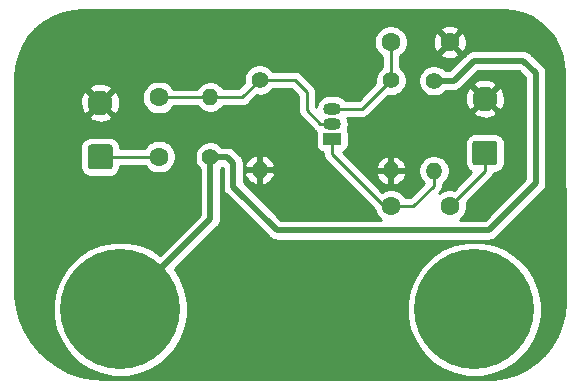
<source format=gbr>
%TF.GenerationSoftware,KiCad,Pcbnew,(5.1.7)-1*%
%TF.CreationDate,2020-12-16T00:37:39+02:00*%
%TF.ProjectId,Single_transistor_AMP,53696e67-6c65-45f7-9472-616e73697374,V1.0*%
%TF.SameCoordinates,Original*%
%TF.FileFunction,Copper,L1,Top*%
%TF.FilePolarity,Positive*%
%FSLAX46Y46*%
G04 Gerber Fmt 4.6, Leading zero omitted, Abs format (unit mm)*
G04 Created by KiCad (PCBNEW (5.1.7)-1) date 2020-12-16 00:37:39*
%MOMM*%
%LPD*%
G01*
G04 APERTURE LIST*
%TA.AperFunction,ComponentPad*%
%ADD10C,1.600000*%
%TD*%
%TA.AperFunction,ComponentPad*%
%ADD11C,2.100000*%
%TD*%
%TA.AperFunction,ComponentPad*%
%ADD12O,1.500000X1.050000*%
%TD*%
%TA.AperFunction,ComponentPad*%
%ADD13R,1.500000X1.050000*%
%TD*%
%TA.AperFunction,ComponentPad*%
%ADD14C,1.400000*%
%TD*%
%TA.AperFunction,ComponentPad*%
%ADD15O,1.400000X1.400000*%
%TD*%
%TA.AperFunction,ComponentPad*%
%ADD16C,10.160000*%
%TD*%
%TA.AperFunction,Conductor*%
%ADD17C,0.250000*%
%TD*%
%TA.AperFunction,Conductor*%
%ADD18C,0.500000*%
%TD*%
%TA.AperFunction,Conductor*%
%ADD19C,0.254000*%
%TD*%
%TA.AperFunction,Conductor*%
%ADD20C,0.100000*%
%TD*%
G04 APERTURE END LIST*
D10*
%TO.P,C1,1*%
%TO.N,Net-(C1-Pad1)*%
X136245600Y-95326200D03*
%TO.P,C1,2*%
%TO.N,Net-(C1-Pad2)*%
X136245600Y-100326200D03*
%TD*%
%TO.P,C2,2*%
%TO.N,Net-(C2-Pad2)*%
X155883600Y-90627200D03*
%TO.P,C2,1*%
%TO.N,GND*%
X160883600Y-90627200D03*
%TD*%
%TO.P,C3,1*%
%TO.N,Net-(C3-Pad1)*%
X160909000Y-104521000D03*
%TO.P,C3,2*%
%TO.N,Net-(C3-Pad2)*%
X155909000Y-104521000D03*
%TD*%
%TO.P,P1,1*%
%TO.N,Net-(C1-Pad2)*%
%TA.AperFunction,ComponentPad*%
G36*
G01*
X132092600Y-101405400D02*
X130492600Y-101405400D01*
G75*
G02*
X130242600Y-101155400I0J250000D01*
G01*
X130242600Y-99555400D01*
G75*
G02*
X130492600Y-99305400I250000J0D01*
G01*
X132092600Y-99305400D01*
G75*
G02*
X132342600Y-99555400I0J-250000D01*
G01*
X132342600Y-101155400D01*
G75*
G02*
X132092600Y-101405400I-250000J0D01*
G01*
G37*
%TD.AperFunction*%
D11*
%TO.P,P1,2*%
%TO.N,GND*%
X131292600Y-95755400D03*
%TD*%
%TO.P,P2,2*%
%TO.N,GND*%
X163855400Y-95425200D03*
%TO.P,P2,1*%
%TO.N,Net-(C3-Pad1)*%
%TA.AperFunction,ComponentPad*%
G36*
G01*
X164655400Y-101075200D02*
X163055400Y-101075200D01*
G75*
G02*
X162805400Y-100825200I0J250000D01*
G01*
X162805400Y-99225200D01*
G75*
G02*
X163055400Y-98975200I250000J0D01*
G01*
X164655400Y-98975200D01*
G75*
G02*
X164905400Y-99225200I0J-250000D01*
G01*
X164905400Y-100825200D01*
G75*
G02*
X164655400Y-101075200I-250000J0D01*
G01*
G37*
%TD.AperFunction*%
%TD*%
D12*
%TO.P,Q1,2*%
%TO.N,Net-(C1-Pad1)*%
X150926800Y-97561400D03*
%TO.P,Q1,3*%
%TO.N,Net-(C2-Pad2)*%
X150926800Y-96291400D03*
D13*
%TO.P,Q1,1*%
%TO.N,Net-(C3-Pad2)*%
X150926800Y-98831400D03*
%TD*%
D14*
%TO.P,R1,1*%
%TO.N,+12V*%
X140614400Y-100380800D03*
D15*
%TO.P,R1,2*%
%TO.N,Net-(C1-Pad1)*%
X140614400Y-95300800D03*
%TD*%
D14*
%TO.P,R2,1*%
%TO.N,Net-(C1-Pad1)*%
X144780000Y-93827600D03*
D15*
%TO.P,R2,2*%
%TO.N,GND*%
X144780000Y-101447600D03*
%TD*%
%TO.P,R3,2*%
%TO.N,Net-(C3-Pad2)*%
X159537400Y-101523800D03*
D14*
%TO.P,R3,1*%
%TO.N,+12V*%
X159537400Y-93903800D03*
%TD*%
%TO.P,R4,1*%
%TO.N,Net-(C2-Pad2)*%
X155905200Y-93878400D03*
D15*
%TO.P,R4,2*%
%TO.N,GND*%
X155905200Y-101498400D03*
%TD*%
D16*
%TO.P,P3,1*%
%TO.N,+12V*%
X132996400Y-113258600D03*
%TO.P,P3,2*%
%TO.N,Earth*%
X162966400Y-113258600D03*
%TD*%
D17*
%TO.N,Net-(C1-Pad1)*%
X140589000Y-95326200D02*
X140614400Y-95300800D01*
X136245600Y-95326200D02*
X140589000Y-95326200D01*
X143306800Y-95300800D02*
X144780000Y-93827600D01*
X140614400Y-95300800D02*
X143306800Y-95300800D01*
X149926800Y-97561400D02*
X150926800Y-97561400D01*
X148793200Y-96427800D02*
X149926800Y-97561400D01*
X148793200Y-94843600D02*
X148793200Y-96427800D01*
X147777200Y-93827600D02*
X148793200Y-94843600D01*
X144780000Y-93827600D02*
X147777200Y-93827600D01*
%TO.N,Net-(C1-Pad2)*%
X131292600Y-100355400D02*
X136216400Y-100355400D01*
X136216400Y-100355400D02*
X136245600Y-100326200D01*
%TO.N,Net-(C2-Pad2)*%
X153492200Y-96291400D02*
X155905200Y-93878400D01*
X150926800Y-96291400D02*
X153492200Y-96291400D01*
X155905200Y-90648800D02*
X155883600Y-90627200D01*
X155905200Y-93878400D02*
X155905200Y-90648800D01*
%TO.N,Net-(C3-Pad1)*%
X163855400Y-101574600D02*
X160909000Y-104521000D01*
X163855400Y-100025200D02*
X163855400Y-101574600D01*
%TO.N,Net-(C3-Pad2)*%
X150926800Y-98831400D02*
X150926800Y-100126800D01*
X155321000Y-104521000D02*
X155909000Y-104521000D01*
X150926800Y-100126800D02*
X155321000Y-104521000D01*
X155909000Y-104521000D02*
X157810200Y-104521000D01*
X159537400Y-102793800D02*
X159537400Y-101523800D01*
X157810200Y-104521000D02*
X159537400Y-102793800D01*
D18*
%TO.N,+12V*%
X140614400Y-105640600D02*
X140614400Y-100380800D01*
X132996400Y-113258600D02*
X140614400Y-105640600D01*
X140614400Y-100380800D02*
X142062200Y-100380800D01*
X142062200Y-100380800D02*
X142544800Y-100863400D01*
X142544800Y-100863400D02*
X142544800Y-102870000D01*
X142544800Y-102870000D02*
X146227800Y-106553000D01*
X146227800Y-106553000D02*
X164211000Y-106553000D01*
X164211000Y-106553000D02*
X168173400Y-102590600D01*
X168173400Y-102590600D02*
X168173400Y-93268800D01*
X168173400Y-93268800D02*
X167106600Y-92202000D01*
X167106600Y-92202000D02*
X162915600Y-92202000D01*
X162915600Y-92202000D02*
X161213800Y-93903800D01*
X161213800Y-93903800D02*
X159537400Y-93903800D01*
%TD*%
D19*
%TO.N,GND*%
X166221248Y-88005839D02*
X167040474Y-88211615D01*
X167815105Y-88548434D01*
X168524314Y-89007242D01*
X169149073Y-89575728D01*
X169672585Y-90238611D01*
X170080809Y-90978106D01*
X170362769Y-91774336D01*
X170512930Y-92617335D01*
X170536081Y-93108267D01*
X170637584Y-112661017D01*
X170555493Y-113648715D01*
X170332890Y-114593997D01*
X169973004Y-115496005D01*
X169483754Y-116334900D01*
X168875877Y-117092270D01*
X168162726Y-117751473D01*
X167359978Y-118298022D01*
X166485269Y-118719911D01*
X165557792Y-119007881D01*
X164588246Y-119157089D01*
X163996559Y-119177201D01*
X131668024Y-119177188D01*
X130604286Y-119116323D01*
X129586113Y-118913338D01*
X128606102Y-118570627D01*
X127683332Y-118094864D01*
X126835754Y-117495305D01*
X126079860Y-116783615D01*
X125430378Y-115973660D01*
X124899938Y-115081191D01*
X124498867Y-114123584D01*
X124234972Y-113119480D01*
X124185003Y-112695722D01*
X127281400Y-112695722D01*
X127281400Y-113821478D01*
X127501025Y-114925604D01*
X127931833Y-115965667D01*
X128557270Y-116901700D01*
X129353300Y-117697730D01*
X130289333Y-118323167D01*
X131329396Y-118753975D01*
X132433522Y-118973600D01*
X133559278Y-118973600D01*
X134663404Y-118753975D01*
X135703467Y-118323167D01*
X136639500Y-117697730D01*
X137435530Y-116901700D01*
X138060967Y-115965667D01*
X138491775Y-114925604D01*
X138711400Y-113821478D01*
X138711400Y-112695722D01*
X157251400Y-112695722D01*
X157251400Y-113821478D01*
X157471025Y-114925604D01*
X157901833Y-115965667D01*
X158527270Y-116901700D01*
X159323300Y-117697730D01*
X160259333Y-118323167D01*
X161299396Y-118753975D01*
X162403522Y-118973600D01*
X163529278Y-118973600D01*
X164633404Y-118753975D01*
X165673467Y-118323167D01*
X166609500Y-117697730D01*
X167405530Y-116901700D01*
X168030967Y-115965667D01*
X168461775Y-114925604D01*
X168681400Y-113821478D01*
X168681400Y-112695722D01*
X168461775Y-111591596D01*
X168030967Y-110551533D01*
X167405530Y-109615500D01*
X166609500Y-108819470D01*
X165673467Y-108194033D01*
X164633404Y-107763225D01*
X163529278Y-107543600D01*
X162403522Y-107543600D01*
X161299396Y-107763225D01*
X160259333Y-108194033D01*
X159323300Y-108819470D01*
X158527270Y-109615500D01*
X157901833Y-110551533D01*
X157471025Y-111591596D01*
X157251400Y-112695722D01*
X138711400Y-112695722D01*
X138491775Y-111591596D01*
X138060967Y-110551533D01*
X137617997Y-109888581D01*
X141209451Y-106297128D01*
X141243217Y-106269417D01*
X141289776Y-106212686D01*
X141353811Y-106134659D01*
X141353812Y-106134658D01*
X141435989Y-105980913D01*
X141486595Y-105814090D01*
X141499400Y-105684077D01*
X141499400Y-105684069D01*
X141503681Y-105640600D01*
X141499400Y-105597131D01*
X141499400Y-101383775D01*
X141617375Y-101265800D01*
X141659800Y-101265800D01*
X141659801Y-102826521D01*
X141655519Y-102870000D01*
X141672605Y-103043490D01*
X141723212Y-103210313D01*
X141805390Y-103364059D01*
X141888268Y-103465046D01*
X141888271Y-103465049D01*
X141915984Y-103498817D01*
X141949751Y-103526530D01*
X145571270Y-107148049D01*
X145598983Y-107181817D01*
X145632751Y-107209530D01*
X145632753Y-107209532D01*
X145733741Y-107292411D01*
X145887486Y-107374589D01*
X146054310Y-107425195D01*
X146184323Y-107438000D01*
X146184331Y-107438000D01*
X146227800Y-107442281D01*
X146271269Y-107438000D01*
X164167531Y-107438000D01*
X164211000Y-107442281D01*
X164254469Y-107438000D01*
X164254477Y-107438000D01*
X164384490Y-107425195D01*
X164551313Y-107374589D01*
X164705059Y-107292411D01*
X164839817Y-107181817D01*
X164867534Y-107148044D01*
X168768450Y-103247128D01*
X168802217Y-103219417D01*
X168912811Y-103084659D01*
X168994989Y-102930913D01*
X169045595Y-102764090D01*
X169058400Y-102634077D01*
X169058400Y-102634069D01*
X169062681Y-102590600D01*
X169058400Y-102547131D01*
X169058400Y-93312266D01*
X169062681Y-93268799D01*
X169058400Y-93225333D01*
X169058400Y-93225323D01*
X169045595Y-93095310D01*
X168994989Y-92928487D01*
X168912811Y-92774741D01*
X168802217Y-92639983D01*
X168768449Y-92612270D01*
X167763134Y-91606956D01*
X167735417Y-91573183D01*
X167600659Y-91462589D01*
X167446913Y-91380411D01*
X167280090Y-91329805D01*
X167150077Y-91317000D01*
X167150069Y-91317000D01*
X167106600Y-91312719D01*
X167063131Y-91317000D01*
X162959069Y-91317000D01*
X162915600Y-91312719D01*
X162872131Y-91317000D01*
X162872123Y-91317000D01*
X162742110Y-91329805D01*
X162575286Y-91380411D01*
X162421541Y-91462589D01*
X162320553Y-91545468D01*
X162320551Y-91545470D01*
X162286783Y-91573183D01*
X162259070Y-91606951D01*
X160847222Y-93018800D01*
X160540375Y-93018800D01*
X160388413Y-92866838D01*
X160169759Y-92720739D01*
X159926805Y-92620104D01*
X159668886Y-92568800D01*
X159405914Y-92568800D01*
X159147995Y-92620104D01*
X158905041Y-92720739D01*
X158686387Y-92866838D01*
X158500438Y-93052787D01*
X158354339Y-93271441D01*
X158253704Y-93514395D01*
X158202400Y-93772314D01*
X158202400Y-94035286D01*
X158253704Y-94293205D01*
X158354339Y-94536159D01*
X158500438Y-94754813D01*
X158686387Y-94940762D01*
X158905041Y-95086861D01*
X159147995Y-95187496D01*
X159405914Y-95238800D01*
X159668886Y-95238800D01*
X159926805Y-95187496D01*
X160169759Y-95086861D01*
X160388413Y-94940762D01*
X160540375Y-94788800D01*
X161170331Y-94788800D01*
X161213800Y-94793081D01*
X161257269Y-94788800D01*
X161257277Y-94788800D01*
X161387290Y-94775995D01*
X161554113Y-94725389D01*
X161707859Y-94643211D01*
X161842617Y-94532617D01*
X161870334Y-94498844D01*
X162115044Y-94254134D01*
X162863939Y-94254134D01*
X163855400Y-95245595D01*
X164846861Y-94254134D01*
X164745061Y-93984621D01*
X164446923Y-93838737D01*
X164126054Y-93753820D01*
X163794783Y-93733134D01*
X163465843Y-93777472D01*
X163151873Y-93885131D01*
X162965739Y-93984621D01*
X162863939Y-94254134D01*
X162115044Y-94254134D01*
X163282179Y-93087000D01*
X166740022Y-93087000D01*
X167288401Y-93635380D01*
X167288400Y-102224021D01*
X163844422Y-105668000D01*
X161775324Y-105668000D01*
X161823759Y-105635637D01*
X162023637Y-105435759D01*
X162180680Y-105200727D01*
X162288853Y-104939574D01*
X162344000Y-104662335D01*
X162344000Y-104379665D01*
X162307688Y-104197114D01*
X164366403Y-102138399D01*
X164395401Y-102114601D01*
X164490374Y-101998876D01*
X164560946Y-101866847D01*
X164604403Y-101723586D01*
X164605419Y-101713272D01*
X164655400Y-101713272D01*
X164828654Y-101696208D01*
X164995250Y-101645672D01*
X165148786Y-101563605D01*
X165283362Y-101453162D01*
X165393805Y-101318586D01*
X165475872Y-101165050D01*
X165526408Y-100998454D01*
X165543472Y-100825200D01*
X165543472Y-99225200D01*
X165526408Y-99051946D01*
X165475872Y-98885350D01*
X165393805Y-98731814D01*
X165283362Y-98597238D01*
X165148786Y-98486795D01*
X164995250Y-98404728D01*
X164828654Y-98354192D01*
X164655400Y-98337128D01*
X163055400Y-98337128D01*
X162882146Y-98354192D01*
X162715550Y-98404728D01*
X162562014Y-98486795D01*
X162427438Y-98597238D01*
X162316995Y-98731814D01*
X162234928Y-98885350D01*
X162184392Y-99051946D01*
X162167328Y-99225200D01*
X162167328Y-100825200D01*
X162184392Y-100998454D01*
X162234928Y-101165050D01*
X162316995Y-101318586D01*
X162427438Y-101453162D01*
X162562014Y-101563605D01*
X162711624Y-101643574D01*
X161232886Y-103122312D01*
X161050335Y-103086000D01*
X160767665Y-103086000D01*
X160490426Y-103141147D01*
X160229273Y-103249320D01*
X160010509Y-103395493D01*
X160048404Y-103357598D01*
X160077401Y-103333801D01*
X160172374Y-103218076D01*
X160242946Y-103086047D01*
X160286403Y-102942786D01*
X160297400Y-102831133D01*
X160297400Y-102831125D01*
X160301076Y-102793800D01*
X160297400Y-102756475D01*
X160297400Y-102621575D01*
X160388413Y-102560762D01*
X160574362Y-102374813D01*
X160720461Y-102156159D01*
X160821096Y-101913205D01*
X160872400Y-101655286D01*
X160872400Y-101392314D01*
X160821096Y-101134395D01*
X160720461Y-100891441D01*
X160574362Y-100672787D01*
X160388413Y-100486838D01*
X160169759Y-100340739D01*
X159926805Y-100240104D01*
X159668886Y-100188800D01*
X159405914Y-100188800D01*
X159147995Y-100240104D01*
X158905041Y-100340739D01*
X158686387Y-100486838D01*
X158500438Y-100672787D01*
X158354339Y-100891441D01*
X158253704Y-101134395D01*
X158202400Y-101392314D01*
X158202400Y-101655286D01*
X158253704Y-101913205D01*
X158354339Y-102156159D01*
X158500438Y-102374813D01*
X158686387Y-102560762D01*
X158691931Y-102564467D01*
X157495399Y-103761000D01*
X157127043Y-103761000D01*
X157023637Y-103606241D01*
X156823759Y-103406363D01*
X156588727Y-103249320D01*
X156327574Y-103141147D01*
X156050335Y-103086000D01*
X155767665Y-103086000D01*
X155490426Y-103141147D01*
X155229273Y-103249320D01*
X155166239Y-103291438D01*
X153706531Y-101831730D01*
X154612478Y-101831730D01*
X154702347Y-102077523D01*
X154838441Y-102301060D01*
X155015530Y-102493751D01*
X155226808Y-102648192D01*
X155464156Y-102758447D01*
X155571871Y-102791116D01*
X155778200Y-102667774D01*
X155778200Y-101625400D01*
X156032200Y-101625400D01*
X156032200Y-102667774D01*
X156238529Y-102791116D01*
X156346244Y-102758447D01*
X156583592Y-102648192D01*
X156794870Y-102493751D01*
X156971959Y-102301060D01*
X157108053Y-102077523D01*
X157197922Y-101831730D01*
X157075401Y-101625400D01*
X156032200Y-101625400D01*
X155778200Y-101625400D01*
X154734999Y-101625400D01*
X154612478Y-101831730D01*
X153706531Y-101831730D01*
X153039871Y-101165070D01*
X154612478Y-101165070D01*
X154734999Y-101371400D01*
X155778200Y-101371400D01*
X155778200Y-100329026D01*
X156032200Y-100329026D01*
X156032200Y-101371400D01*
X157075401Y-101371400D01*
X157197922Y-101165070D01*
X157108053Y-100919277D01*
X156971959Y-100695740D01*
X156794870Y-100503049D01*
X156583592Y-100348608D01*
X156346244Y-100238353D01*
X156238529Y-100205684D01*
X156032200Y-100329026D01*
X155778200Y-100329026D01*
X155571871Y-100205684D01*
X155464156Y-100238353D01*
X155226808Y-100348608D01*
X155015530Y-100503049D01*
X154838441Y-100695740D01*
X154702347Y-100919277D01*
X154612478Y-101165070D01*
X153039871Y-101165070D01*
X151844042Y-99969241D01*
X151920980Y-99945902D01*
X152031294Y-99886937D01*
X152127985Y-99807585D01*
X152207337Y-99710894D01*
X152266302Y-99600580D01*
X152302612Y-99480882D01*
X152314872Y-99356400D01*
X152314872Y-98306400D01*
X152302612Y-98181918D01*
X152266302Y-98062220D01*
X152231707Y-97997498D01*
X152295015Y-97788800D01*
X152317412Y-97561400D01*
X152295015Y-97334000D01*
X152228685Y-97115340D01*
X152194508Y-97051400D01*
X153454878Y-97051400D01*
X153492200Y-97055076D01*
X153529522Y-97051400D01*
X153529533Y-97051400D01*
X153641186Y-97040403D01*
X153784447Y-96996946D01*
X153916476Y-96926374D01*
X154032201Y-96831401D01*
X154056004Y-96802397D01*
X154262135Y-96596266D01*
X162863939Y-96596266D01*
X162965739Y-96865779D01*
X163263877Y-97011663D01*
X163584746Y-97096580D01*
X163916017Y-97117266D01*
X164244957Y-97072928D01*
X164558927Y-96965269D01*
X164745061Y-96865779D01*
X164846861Y-96596266D01*
X163855400Y-95604805D01*
X162863939Y-96596266D01*
X154262135Y-96596266D01*
X155372584Y-95485817D01*
X162163334Y-95485817D01*
X162207672Y-95814757D01*
X162315331Y-96128727D01*
X162414821Y-96314861D01*
X162684334Y-96416661D01*
X163675795Y-95425200D01*
X164035005Y-95425200D01*
X165026466Y-96416661D01*
X165295979Y-96314861D01*
X165441863Y-96016723D01*
X165526780Y-95695854D01*
X165547466Y-95364583D01*
X165503128Y-95035643D01*
X165395469Y-94721673D01*
X165295979Y-94535539D01*
X165026466Y-94433739D01*
X164035005Y-95425200D01*
X163675795Y-95425200D01*
X162684334Y-94433739D01*
X162414821Y-94535539D01*
X162268937Y-94833677D01*
X162184020Y-95154546D01*
X162163334Y-95485817D01*
X155372584Y-95485817D01*
X155666357Y-95192045D01*
X155773714Y-95213400D01*
X156036686Y-95213400D01*
X156294605Y-95162096D01*
X156537559Y-95061461D01*
X156756213Y-94915362D01*
X156942162Y-94729413D01*
X157088261Y-94510759D01*
X157188896Y-94267805D01*
X157240200Y-94009886D01*
X157240200Y-93746914D01*
X157188896Y-93488995D01*
X157088261Y-93246041D01*
X156942162Y-93027387D01*
X156756213Y-92841438D01*
X156665200Y-92780625D01*
X156665200Y-91830811D01*
X156798359Y-91741837D01*
X156920294Y-91619902D01*
X160070503Y-91619902D01*
X160142086Y-91863871D01*
X160397596Y-91984771D01*
X160671784Y-92053500D01*
X160954112Y-92067417D01*
X161233730Y-92025987D01*
X161499892Y-91930803D01*
X161625114Y-91863871D01*
X161696697Y-91619902D01*
X160883600Y-90806805D01*
X160070503Y-91619902D01*
X156920294Y-91619902D01*
X156998237Y-91541959D01*
X157155280Y-91306927D01*
X157263453Y-91045774D01*
X157318600Y-90768535D01*
X157318600Y-90697712D01*
X159443383Y-90697712D01*
X159484813Y-90977330D01*
X159579997Y-91243492D01*
X159646929Y-91368714D01*
X159890898Y-91440297D01*
X160703995Y-90627200D01*
X161063205Y-90627200D01*
X161876302Y-91440297D01*
X162120271Y-91368714D01*
X162241171Y-91113204D01*
X162309900Y-90839016D01*
X162323817Y-90556688D01*
X162282387Y-90277070D01*
X162187203Y-90010908D01*
X162120271Y-89885686D01*
X161876302Y-89814103D01*
X161063205Y-90627200D01*
X160703995Y-90627200D01*
X159890898Y-89814103D01*
X159646929Y-89885686D01*
X159526029Y-90141196D01*
X159457300Y-90415384D01*
X159443383Y-90697712D01*
X157318600Y-90697712D01*
X157318600Y-90485865D01*
X157263453Y-90208626D01*
X157155280Y-89947473D01*
X156998237Y-89712441D01*
X156920294Y-89634498D01*
X160070503Y-89634498D01*
X160883600Y-90447595D01*
X161696697Y-89634498D01*
X161625114Y-89390529D01*
X161369604Y-89269629D01*
X161095416Y-89200900D01*
X160813088Y-89186983D01*
X160533470Y-89228413D01*
X160267308Y-89323597D01*
X160142086Y-89390529D01*
X160070503Y-89634498D01*
X156920294Y-89634498D01*
X156798359Y-89512563D01*
X156563327Y-89355520D01*
X156302174Y-89247347D01*
X156024935Y-89192200D01*
X155742265Y-89192200D01*
X155465026Y-89247347D01*
X155203873Y-89355520D01*
X154968841Y-89512563D01*
X154768963Y-89712441D01*
X154611920Y-89947473D01*
X154503747Y-90208626D01*
X154448600Y-90485865D01*
X154448600Y-90768535D01*
X154503747Y-91045774D01*
X154611920Y-91306927D01*
X154768963Y-91541959D01*
X154968841Y-91741837D01*
X155145201Y-91859676D01*
X155145200Y-92780625D01*
X155054187Y-92841438D01*
X154868238Y-93027387D01*
X154722139Y-93246041D01*
X154621504Y-93488995D01*
X154570200Y-93746914D01*
X154570200Y-94009886D01*
X154591555Y-94117243D01*
X153177399Y-95531400D01*
X152028709Y-95531400D01*
X151976012Y-95467188D01*
X151799379Y-95322229D01*
X151597860Y-95214515D01*
X151379200Y-95148185D01*
X151208779Y-95131400D01*
X150644821Y-95131400D01*
X150474400Y-95148185D01*
X150255740Y-95214515D01*
X150054221Y-95322229D01*
X149877588Y-95467188D01*
X149732629Y-95643821D01*
X149624915Y-95845340D01*
X149558585Y-96064000D01*
X149553709Y-96113508D01*
X149553200Y-96112999D01*
X149553200Y-94880922D01*
X149556876Y-94843600D01*
X149553200Y-94806277D01*
X149553200Y-94806267D01*
X149542203Y-94694614D01*
X149498746Y-94551353D01*
X149451292Y-94462574D01*
X149428174Y-94419323D01*
X149356999Y-94332597D01*
X149333201Y-94303599D01*
X149304204Y-94279802D01*
X148341004Y-93316602D01*
X148317201Y-93287599D01*
X148201476Y-93192626D01*
X148069447Y-93122054D01*
X147926186Y-93078597D01*
X147814533Y-93067600D01*
X147814522Y-93067600D01*
X147777200Y-93063924D01*
X147739878Y-93067600D01*
X145877775Y-93067600D01*
X145816962Y-92976587D01*
X145631013Y-92790638D01*
X145412359Y-92644539D01*
X145169405Y-92543904D01*
X144911486Y-92492600D01*
X144648514Y-92492600D01*
X144390595Y-92543904D01*
X144147641Y-92644539D01*
X143928987Y-92790638D01*
X143743038Y-92976587D01*
X143596939Y-93195241D01*
X143496304Y-93438195D01*
X143445000Y-93696114D01*
X143445000Y-93959086D01*
X143466355Y-94066443D01*
X142991999Y-94540800D01*
X141712175Y-94540800D01*
X141651362Y-94449787D01*
X141465413Y-94263838D01*
X141246759Y-94117739D01*
X141003805Y-94017104D01*
X140745886Y-93965800D01*
X140482914Y-93965800D01*
X140224995Y-94017104D01*
X139982041Y-94117739D01*
X139763387Y-94263838D01*
X139577438Y-94449787D01*
X139499654Y-94566200D01*
X137463643Y-94566200D01*
X137360237Y-94411441D01*
X137160359Y-94211563D01*
X136925327Y-94054520D01*
X136664174Y-93946347D01*
X136386935Y-93891200D01*
X136104265Y-93891200D01*
X135827026Y-93946347D01*
X135565873Y-94054520D01*
X135330841Y-94211563D01*
X135130963Y-94411441D01*
X134973920Y-94646473D01*
X134865747Y-94907626D01*
X134810600Y-95184865D01*
X134810600Y-95467535D01*
X134865747Y-95744774D01*
X134973920Y-96005927D01*
X135130963Y-96240959D01*
X135330841Y-96440837D01*
X135565873Y-96597880D01*
X135827026Y-96706053D01*
X136104265Y-96761200D01*
X136386935Y-96761200D01*
X136664174Y-96706053D01*
X136925327Y-96597880D01*
X137160359Y-96440837D01*
X137360237Y-96240959D01*
X137463643Y-96086200D01*
X139533597Y-96086200D01*
X139577438Y-96151813D01*
X139763387Y-96337762D01*
X139982041Y-96483861D01*
X140224995Y-96584496D01*
X140482914Y-96635800D01*
X140745886Y-96635800D01*
X141003805Y-96584496D01*
X141246759Y-96483861D01*
X141465413Y-96337762D01*
X141651362Y-96151813D01*
X141712175Y-96060800D01*
X143269478Y-96060800D01*
X143306800Y-96064476D01*
X143344122Y-96060800D01*
X143344133Y-96060800D01*
X143455786Y-96049803D01*
X143599047Y-96006346D01*
X143731076Y-95935774D01*
X143846801Y-95840801D01*
X143870603Y-95811798D01*
X144541157Y-95141245D01*
X144648514Y-95162600D01*
X144911486Y-95162600D01*
X145169405Y-95111296D01*
X145412359Y-95010661D01*
X145631013Y-94864562D01*
X145816962Y-94678613D01*
X145877775Y-94587600D01*
X147462399Y-94587600D01*
X148033200Y-95158402D01*
X148033201Y-96390468D01*
X148029524Y-96427800D01*
X148044198Y-96576785D01*
X148087654Y-96720046D01*
X148158226Y-96852076D01*
X148219244Y-96926426D01*
X148253200Y-96967801D01*
X148282198Y-96991599D01*
X149363005Y-98072408D01*
X149386799Y-98101401D01*
X149415792Y-98125195D01*
X149415796Y-98125199D01*
X149484909Y-98181918D01*
X149502524Y-98196374D01*
X149547212Y-98220260D01*
X149538728Y-98306400D01*
X149538728Y-99356400D01*
X149550988Y-99480882D01*
X149587298Y-99600580D01*
X149646263Y-99710894D01*
X149725615Y-99807585D01*
X149822306Y-99886937D01*
X149932620Y-99945902D01*
X150052318Y-99982212D01*
X150166801Y-99993487D01*
X150166801Y-100089468D01*
X150163124Y-100126800D01*
X150166801Y-100164133D01*
X150170966Y-100206415D01*
X150177798Y-100275785D01*
X150221254Y-100419046D01*
X150291826Y-100551076D01*
X150347116Y-100618446D01*
X150386800Y-100666801D01*
X150415798Y-100690599D01*
X154495470Y-104770272D01*
X154529147Y-104939574D01*
X154637320Y-105200727D01*
X154794363Y-105435759D01*
X154994241Y-105635637D01*
X155042676Y-105668000D01*
X146594379Y-105668000D01*
X143429800Y-102503422D01*
X143429800Y-101780930D01*
X143487278Y-101780930D01*
X143577147Y-102026723D01*
X143713241Y-102250260D01*
X143890330Y-102442951D01*
X144101608Y-102597392D01*
X144338956Y-102707647D01*
X144446671Y-102740316D01*
X144653000Y-102616974D01*
X144653000Y-101574600D01*
X144907000Y-101574600D01*
X144907000Y-102616974D01*
X145113329Y-102740316D01*
X145221044Y-102707647D01*
X145458392Y-102597392D01*
X145669670Y-102442951D01*
X145846759Y-102250260D01*
X145982853Y-102026723D01*
X146072722Y-101780930D01*
X145950201Y-101574600D01*
X144907000Y-101574600D01*
X144653000Y-101574600D01*
X143609799Y-101574600D01*
X143487278Y-101780930D01*
X143429800Y-101780930D01*
X143429800Y-101114270D01*
X143487278Y-101114270D01*
X143609799Y-101320600D01*
X144653000Y-101320600D01*
X144653000Y-100278226D01*
X144907000Y-100278226D01*
X144907000Y-101320600D01*
X145950201Y-101320600D01*
X146072722Y-101114270D01*
X145982853Y-100868477D01*
X145846759Y-100644940D01*
X145669670Y-100452249D01*
X145458392Y-100297808D01*
X145221044Y-100187553D01*
X145113329Y-100154884D01*
X144907000Y-100278226D01*
X144653000Y-100278226D01*
X144446671Y-100154884D01*
X144338956Y-100187553D01*
X144101608Y-100297808D01*
X143890330Y-100452249D01*
X143713241Y-100644940D01*
X143577147Y-100868477D01*
X143487278Y-101114270D01*
X143429800Y-101114270D01*
X143429800Y-100906865D01*
X143434081Y-100863399D01*
X143429800Y-100819933D01*
X143429800Y-100819923D01*
X143416995Y-100689910D01*
X143366389Y-100523087D01*
X143284211Y-100369341D01*
X143173617Y-100234583D01*
X143139845Y-100206867D01*
X142718734Y-99785756D01*
X142691017Y-99751983D01*
X142556259Y-99641389D01*
X142402513Y-99559211D01*
X142235690Y-99508605D01*
X142105677Y-99495800D01*
X142105669Y-99495800D01*
X142062200Y-99491519D01*
X142018731Y-99495800D01*
X141617375Y-99495800D01*
X141465413Y-99343838D01*
X141246759Y-99197739D01*
X141003805Y-99097104D01*
X140745886Y-99045800D01*
X140482914Y-99045800D01*
X140224995Y-99097104D01*
X139982041Y-99197739D01*
X139763387Y-99343838D01*
X139577438Y-99529787D01*
X139431339Y-99748441D01*
X139330704Y-99991395D01*
X139279400Y-100249314D01*
X139279400Y-100512286D01*
X139330704Y-100770205D01*
X139431339Y-101013159D01*
X139577438Y-101231813D01*
X139729401Y-101383776D01*
X139729400Y-105274021D01*
X136366419Y-108637003D01*
X135703467Y-108194033D01*
X134663404Y-107763225D01*
X133559278Y-107543600D01*
X132433522Y-107543600D01*
X131329396Y-107763225D01*
X130289333Y-108194033D01*
X129353300Y-108819470D01*
X128557270Y-109615500D01*
X127931833Y-110551533D01*
X127501025Y-111591596D01*
X127281400Y-112695722D01*
X124185003Y-112695722D01*
X124111362Y-112071221D01*
X124104000Y-111826284D01*
X124104000Y-99555400D01*
X129604528Y-99555400D01*
X129604528Y-101155400D01*
X129621592Y-101328654D01*
X129672128Y-101495250D01*
X129754195Y-101648786D01*
X129864638Y-101783362D01*
X129999214Y-101893805D01*
X130152750Y-101975872D01*
X130319346Y-102026408D01*
X130492600Y-102043472D01*
X132092600Y-102043472D01*
X132265854Y-102026408D01*
X132432450Y-101975872D01*
X132585986Y-101893805D01*
X132720562Y-101783362D01*
X132831005Y-101648786D01*
X132913072Y-101495250D01*
X132963608Y-101328654D01*
X132980672Y-101155400D01*
X132980672Y-101115400D01*
X135047067Y-101115400D01*
X135130963Y-101240959D01*
X135330841Y-101440837D01*
X135565873Y-101597880D01*
X135827026Y-101706053D01*
X136104265Y-101761200D01*
X136386935Y-101761200D01*
X136664174Y-101706053D01*
X136925327Y-101597880D01*
X137160359Y-101440837D01*
X137360237Y-101240959D01*
X137517280Y-101005927D01*
X137625453Y-100744774D01*
X137680600Y-100467535D01*
X137680600Y-100184865D01*
X137625453Y-99907626D01*
X137517280Y-99646473D01*
X137360237Y-99411441D01*
X137160359Y-99211563D01*
X136925327Y-99054520D01*
X136664174Y-98946347D01*
X136386935Y-98891200D01*
X136104265Y-98891200D01*
X135827026Y-98946347D01*
X135565873Y-99054520D01*
X135330841Y-99211563D01*
X135130963Y-99411441D01*
X135008046Y-99595400D01*
X132980672Y-99595400D01*
X132980672Y-99555400D01*
X132963608Y-99382146D01*
X132913072Y-99215550D01*
X132831005Y-99062014D01*
X132720562Y-98927438D01*
X132585986Y-98816995D01*
X132432450Y-98734928D01*
X132265854Y-98684392D01*
X132092600Y-98667328D01*
X130492600Y-98667328D01*
X130319346Y-98684392D01*
X130152750Y-98734928D01*
X129999214Y-98816995D01*
X129864638Y-98927438D01*
X129754195Y-99062014D01*
X129672128Y-99215550D01*
X129621592Y-99382146D01*
X129604528Y-99555400D01*
X124104000Y-99555400D01*
X124104000Y-96926466D01*
X130301139Y-96926466D01*
X130402939Y-97195979D01*
X130701077Y-97341863D01*
X131021946Y-97426780D01*
X131353217Y-97447466D01*
X131682157Y-97403128D01*
X131996127Y-97295469D01*
X132182261Y-97195979D01*
X132284061Y-96926466D01*
X131292600Y-95935005D01*
X130301139Y-96926466D01*
X124104000Y-96926466D01*
X124104000Y-95816017D01*
X129600534Y-95816017D01*
X129644872Y-96144957D01*
X129752531Y-96458927D01*
X129852021Y-96645061D01*
X130121534Y-96746861D01*
X131112995Y-95755400D01*
X131472205Y-95755400D01*
X132463666Y-96746861D01*
X132733179Y-96645061D01*
X132879063Y-96346923D01*
X132963980Y-96026054D01*
X132984666Y-95694783D01*
X132940328Y-95365843D01*
X132832669Y-95051873D01*
X132733179Y-94865739D01*
X132463666Y-94763939D01*
X131472205Y-95755400D01*
X131112995Y-95755400D01*
X130121534Y-94763939D01*
X129852021Y-94865739D01*
X129706137Y-95163877D01*
X129621220Y-95484746D01*
X129600534Y-95816017D01*
X124104000Y-95816017D01*
X124104000Y-94584334D01*
X130301139Y-94584334D01*
X131292600Y-95575795D01*
X132284061Y-94584334D01*
X132182261Y-94314821D01*
X131884123Y-94168937D01*
X131563254Y-94084020D01*
X131231983Y-94063334D01*
X130903043Y-94107672D01*
X130589073Y-94215331D01*
X130402939Y-94314821D01*
X130301139Y-94584334D01*
X124104000Y-94584334D01*
X124104000Y-93624174D01*
X124175007Y-92694777D01*
X124387142Y-91815833D01*
X124737075Y-90982111D01*
X125215805Y-90215059D01*
X125811009Y-89534420D01*
X126507383Y-88957693D01*
X127287002Y-88499727D01*
X128129813Y-88172296D01*
X129018491Y-87982899D01*
X129789347Y-87934400D01*
X165352311Y-87934400D01*
X166221248Y-88005839D01*
%TA.AperFunction,Conductor*%
D20*
G36*
X166221248Y-88005839D02*
G01*
X167040474Y-88211615D01*
X167815105Y-88548434D01*
X168524314Y-89007242D01*
X169149073Y-89575728D01*
X169672585Y-90238611D01*
X170080809Y-90978106D01*
X170362769Y-91774336D01*
X170512930Y-92617335D01*
X170536081Y-93108267D01*
X170637584Y-112661017D01*
X170555493Y-113648715D01*
X170332890Y-114593997D01*
X169973004Y-115496005D01*
X169483754Y-116334900D01*
X168875877Y-117092270D01*
X168162726Y-117751473D01*
X167359978Y-118298022D01*
X166485269Y-118719911D01*
X165557792Y-119007881D01*
X164588246Y-119157089D01*
X163996559Y-119177201D01*
X131668024Y-119177188D01*
X130604286Y-119116323D01*
X129586113Y-118913338D01*
X128606102Y-118570627D01*
X127683332Y-118094864D01*
X126835754Y-117495305D01*
X126079860Y-116783615D01*
X125430378Y-115973660D01*
X124899938Y-115081191D01*
X124498867Y-114123584D01*
X124234972Y-113119480D01*
X124185003Y-112695722D01*
X127281400Y-112695722D01*
X127281400Y-113821478D01*
X127501025Y-114925604D01*
X127931833Y-115965667D01*
X128557270Y-116901700D01*
X129353300Y-117697730D01*
X130289333Y-118323167D01*
X131329396Y-118753975D01*
X132433522Y-118973600D01*
X133559278Y-118973600D01*
X134663404Y-118753975D01*
X135703467Y-118323167D01*
X136639500Y-117697730D01*
X137435530Y-116901700D01*
X138060967Y-115965667D01*
X138491775Y-114925604D01*
X138711400Y-113821478D01*
X138711400Y-112695722D01*
X157251400Y-112695722D01*
X157251400Y-113821478D01*
X157471025Y-114925604D01*
X157901833Y-115965667D01*
X158527270Y-116901700D01*
X159323300Y-117697730D01*
X160259333Y-118323167D01*
X161299396Y-118753975D01*
X162403522Y-118973600D01*
X163529278Y-118973600D01*
X164633404Y-118753975D01*
X165673467Y-118323167D01*
X166609500Y-117697730D01*
X167405530Y-116901700D01*
X168030967Y-115965667D01*
X168461775Y-114925604D01*
X168681400Y-113821478D01*
X168681400Y-112695722D01*
X168461775Y-111591596D01*
X168030967Y-110551533D01*
X167405530Y-109615500D01*
X166609500Y-108819470D01*
X165673467Y-108194033D01*
X164633404Y-107763225D01*
X163529278Y-107543600D01*
X162403522Y-107543600D01*
X161299396Y-107763225D01*
X160259333Y-108194033D01*
X159323300Y-108819470D01*
X158527270Y-109615500D01*
X157901833Y-110551533D01*
X157471025Y-111591596D01*
X157251400Y-112695722D01*
X138711400Y-112695722D01*
X138491775Y-111591596D01*
X138060967Y-110551533D01*
X137617997Y-109888581D01*
X141209451Y-106297128D01*
X141243217Y-106269417D01*
X141289776Y-106212686D01*
X141353811Y-106134659D01*
X141353812Y-106134658D01*
X141435989Y-105980913D01*
X141486595Y-105814090D01*
X141499400Y-105684077D01*
X141499400Y-105684069D01*
X141503681Y-105640600D01*
X141499400Y-105597131D01*
X141499400Y-101383775D01*
X141617375Y-101265800D01*
X141659800Y-101265800D01*
X141659801Y-102826521D01*
X141655519Y-102870000D01*
X141672605Y-103043490D01*
X141723212Y-103210313D01*
X141805390Y-103364059D01*
X141888268Y-103465046D01*
X141888271Y-103465049D01*
X141915984Y-103498817D01*
X141949751Y-103526530D01*
X145571270Y-107148049D01*
X145598983Y-107181817D01*
X145632751Y-107209530D01*
X145632753Y-107209532D01*
X145733741Y-107292411D01*
X145887486Y-107374589D01*
X146054310Y-107425195D01*
X146184323Y-107438000D01*
X146184331Y-107438000D01*
X146227800Y-107442281D01*
X146271269Y-107438000D01*
X164167531Y-107438000D01*
X164211000Y-107442281D01*
X164254469Y-107438000D01*
X164254477Y-107438000D01*
X164384490Y-107425195D01*
X164551313Y-107374589D01*
X164705059Y-107292411D01*
X164839817Y-107181817D01*
X164867534Y-107148044D01*
X168768450Y-103247128D01*
X168802217Y-103219417D01*
X168912811Y-103084659D01*
X168994989Y-102930913D01*
X169045595Y-102764090D01*
X169058400Y-102634077D01*
X169058400Y-102634069D01*
X169062681Y-102590600D01*
X169058400Y-102547131D01*
X169058400Y-93312266D01*
X169062681Y-93268799D01*
X169058400Y-93225333D01*
X169058400Y-93225323D01*
X169045595Y-93095310D01*
X168994989Y-92928487D01*
X168912811Y-92774741D01*
X168802217Y-92639983D01*
X168768449Y-92612270D01*
X167763134Y-91606956D01*
X167735417Y-91573183D01*
X167600659Y-91462589D01*
X167446913Y-91380411D01*
X167280090Y-91329805D01*
X167150077Y-91317000D01*
X167150069Y-91317000D01*
X167106600Y-91312719D01*
X167063131Y-91317000D01*
X162959069Y-91317000D01*
X162915600Y-91312719D01*
X162872131Y-91317000D01*
X162872123Y-91317000D01*
X162742110Y-91329805D01*
X162575286Y-91380411D01*
X162421541Y-91462589D01*
X162320553Y-91545468D01*
X162320551Y-91545470D01*
X162286783Y-91573183D01*
X162259070Y-91606951D01*
X160847222Y-93018800D01*
X160540375Y-93018800D01*
X160388413Y-92866838D01*
X160169759Y-92720739D01*
X159926805Y-92620104D01*
X159668886Y-92568800D01*
X159405914Y-92568800D01*
X159147995Y-92620104D01*
X158905041Y-92720739D01*
X158686387Y-92866838D01*
X158500438Y-93052787D01*
X158354339Y-93271441D01*
X158253704Y-93514395D01*
X158202400Y-93772314D01*
X158202400Y-94035286D01*
X158253704Y-94293205D01*
X158354339Y-94536159D01*
X158500438Y-94754813D01*
X158686387Y-94940762D01*
X158905041Y-95086861D01*
X159147995Y-95187496D01*
X159405914Y-95238800D01*
X159668886Y-95238800D01*
X159926805Y-95187496D01*
X160169759Y-95086861D01*
X160388413Y-94940762D01*
X160540375Y-94788800D01*
X161170331Y-94788800D01*
X161213800Y-94793081D01*
X161257269Y-94788800D01*
X161257277Y-94788800D01*
X161387290Y-94775995D01*
X161554113Y-94725389D01*
X161707859Y-94643211D01*
X161842617Y-94532617D01*
X161870334Y-94498844D01*
X162115044Y-94254134D01*
X162863939Y-94254134D01*
X163855400Y-95245595D01*
X164846861Y-94254134D01*
X164745061Y-93984621D01*
X164446923Y-93838737D01*
X164126054Y-93753820D01*
X163794783Y-93733134D01*
X163465843Y-93777472D01*
X163151873Y-93885131D01*
X162965739Y-93984621D01*
X162863939Y-94254134D01*
X162115044Y-94254134D01*
X163282179Y-93087000D01*
X166740022Y-93087000D01*
X167288401Y-93635380D01*
X167288400Y-102224021D01*
X163844422Y-105668000D01*
X161775324Y-105668000D01*
X161823759Y-105635637D01*
X162023637Y-105435759D01*
X162180680Y-105200727D01*
X162288853Y-104939574D01*
X162344000Y-104662335D01*
X162344000Y-104379665D01*
X162307688Y-104197114D01*
X164366403Y-102138399D01*
X164395401Y-102114601D01*
X164490374Y-101998876D01*
X164560946Y-101866847D01*
X164604403Y-101723586D01*
X164605419Y-101713272D01*
X164655400Y-101713272D01*
X164828654Y-101696208D01*
X164995250Y-101645672D01*
X165148786Y-101563605D01*
X165283362Y-101453162D01*
X165393805Y-101318586D01*
X165475872Y-101165050D01*
X165526408Y-100998454D01*
X165543472Y-100825200D01*
X165543472Y-99225200D01*
X165526408Y-99051946D01*
X165475872Y-98885350D01*
X165393805Y-98731814D01*
X165283362Y-98597238D01*
X165148786Y-98486795D01*
X164995250Y-98404728D01*
X164828654Y-98354192D01*
X164655400Y-98337128D01*
X163055400Y-98337128D01*
X162882146Y-98354192D01*
X162715550Y-98404728D01*
X162562014Y-98486795D01*
X162427438Y-98597238D01*
X162316995Y-98731814D01*
X162234928Y-98885350D01*
X162184392Y-99051946D01*
X162167328Y-99225200D01*
X162167328Y-100825200D01*
X162184392Y-100998454D01*
X162234928Y-101165050D01*
X162316995Y-101318586D01*
X162427438Y-101453162D01*
X162562014Y-101563605D01*
X162711624Y-101643574D01*
X161232886Y-103122312D01*
X161050335Y-103086000D01*
X160767665Y-103086000D01*
X160490426Y-103141147D01*
X160229273Y-103249320D01*
X160010509Y-103395493D01*
X160048404Y-103357598D01*
X160077401Y-103333801D01*
X160172374Y-103218076D01*
X160242946Y-103086047D01*
X160286403Y-102942786D01*
X160297400Y-102831133D01*
X160297400Y-102831125D01*
X160301076Y-102793800D01*
X160297400Y-102756475D01*
X160297400Y-102621575D01*
X160388413Y-102560762D01*
X160574362Y-102374813D01*
X160720461Y-102156159D01*
X160821096Y-101913205D01*
X160872400Y-101655286D01*
X160872400Y-101392314D01*
X160821096Y-101134395D01*
X160720461Y-100891441D01*
X160574362Y-100672787D01*
X160388413Y-100486838D01*
X160169759Y-100340739D01*
X159926805Y-100240104D01*
X159668886Y-100188800D01*
X159405914Y-100188800D01*
X159147995Y-100240104D01*
X158905041Y-100340739D01*
X158686387Y-100486838D01*
X158500438Y-100672787D01*
X158354339Y-100891441D01*
X158253704Y-101134395D01*
X158202400Y-101392314D01*
X158202400Y-101655286D01*
X158253704Y-101913205D01*
X158354339Y-102156159D01*
X158500438Y-102374813D01*
X158686387Y-102560762D01*
X158691931Y-102564467D01*
X157495399Y-103761000D01*
X157127043Y-103761000D01*
X157023637Y-103606241D01*
X156823759Y-103406363D01*
X156588727Y-103249320D01*
X156327574Y-103141147D01*
X156050335Y-103086000D01*
X155767665Y-103086000D01*
X155490426Y-103141147D01*
X155229273Y-103249320D01*
X155166239Y-103291438D01*
X153706531Y-101831730D01*
X154612478Y-101831730D01*
X154702347Y-102077523D01*
X154838441Y-102301060D01*
X155015530Y-102493751D01*
X155226808Y-102648192D01*
X155464156Y-102758447D01*
X155571871Y-102791116D01*
X155778200Y-102667774D01*
X155778200Y-101625400D01*
X156032200Y-101625400D01*
X156032200Y-102667774D01*
X156238529Y-102791116D01*
X156346244Y-102758447D01*
X156583592Y-102648192D01*
X156794870Y-102493751D01*
X156971959Y-102301060D01*
X157108053Y-102077523D01*
X157197922Y-101831730D01*
X157075401Y-101625400D01*
X156032200Y-101625400D01*
X155778200Y-101625400D01*
X154734999Y-101625400D01*
X154612478Y-101831730D01*
X153706531Y-101831730D01*
X153039871Y-101165070D01*
X154612478Y-101165070D01*
X154734999Y-101371400D01*
X155778200Y-101371400D01*
X155778200Y-100329026D01*
X156032200Y-100329026D01*
X156032200Y-101371400D01*
X157075401Y-101371400D01*
X157197922Y-101165070D01*
X157108053Y-100919277D01*
X156971959Y-100695740D01*
X156794870Y-100503049D01*
X156583592Y-100348608D01*
X156346244Y-100238353D01*
X156238529Y-100205684D01*
X156032200Y-100329026D01*
X155778200Y-100329026D01*
X155571871Y-100205684D01*
X155464156Y-100238353D01*
X155226808Y-100348608D01*
X155015530Y-100503049D01*
X154838441Y-100695740D01*
X154702347Y-100919277D01*
X154612478Y-101165070D01*
X153039871Y-101165070D01*
X151844042Y-99969241D01*
X151920980Y-99945902D01*
X152031294Y-99886937D01*
X152127985Y-99807585D01*
X152207337Y-99710894D01*
X152266302Y-99600580D01*
X152302612Y-99480882D01*
X152314872Y-99356400D01*
X152314872Y-98306400D01*
X152302612Y-98181918D01*
X152266302Y-98062220D01*
X152231707Y-97997498D01*
X152295015Y-97788800D01*
X152317412Y-97561400D01*
X152295015Y-97334000D01*
X152228685Y-97115340D01*
X152194508Y-97051400D01*
X153454878Y-97051400D01*
X153492200Y-97055076D01*
X153529522Y-97051400D01*
X153529533Y-97051400D01*
X153641186Y-97040403D01*
X153784447Y-96996946D01*
X153916476Y-96926374D01*
X154032201Y-96831401D01*
X154056004Y-96802397D01*
X154262135Y-96596266D01*
X162863939Y-96596266D01*
X162965739Y-96865779D01*
X163263877Y-97011663D01*
X163584746Y-97096580D01*
X163916017Y-97117266D01*
X164244957Y-97072928D01*
X164558927Y-96965269D01*
X164745061Y-96865779D01*
X164846861Y-96596266D01*
X163855400Y-95604805D01*
X162863939Y-96596266D01*
X154262135Y-96596266D01*
X155372584Y-95485817D01*
X162163334Y-95485817D01*
X162207672Y-95814757D01*
X162315331Y-96128727D01*
X162414821Y-96314861D01*
X162684334Y-96416661D01*
X163675795Y-95425200D01*
X164035005Y-95425200D01*
X165026466Y-96416661D01*
X165295979Y-96314861D01*
X165441863Y-96016723D01*
X165526780Y-95695854D01*
X165547466Y-95364583D01*
X165503128Y-95035643D01*
X165395469Y-94721673D01*
X165295979Y-94535539D01*
X165026466Y-94433739D01*
X164035005Y-95425200D01*
X163675795Y-95425200D01*
X162684334Y-94433739D01*
X162414821Y-94535539D01*
X162268937Y-94833677D01*
X162184020Y-95154546D01*
X162163334Y-95485817D01*
X155372584Y-95485817D01*
X155666357Y-95192045D01*
X155773714Y-95213400D01*
X156036686Y-95213400D01*
X156294605Y-95162096D01*
X156537559Y-95061461D01*
X156756213Y-94915362D01*
X156942162Y-94729413D01*
X157088261Y-94510759D01*
X157188896Y-94267805D01*
X157240200Y-94009886D01*
X157240200Y-93746914D01*
X157188896Y-93488995D01*
X157088261Y-93246041D01*
X156942162Y-93027387D01*
X156756213Y-92841438D01*
X156665200Y-92780625D01*
X156665200Y-91830811D01*
X156798359Y-91741837D01*
X156920294Y-91619902D01*
X160070503Y-91619902D01*
X160142086Y-91863871D01*
X160397596Y-91984771D01*
X160671784Y-92053500D01*
X160954112Y-92067417D01*
X161233730Y-92025987D01*
X161499892Y-91930803D01*
X161625114Y-91863871D01*
X161696697Y-91619902D01*
X160883600Y-90806805D01*
X160070503Y-91619902D01*
X156920294Y-91619902D01*
X156998237Y-91541959D01*
X157155280Y-91306927D01*
X157263453Y-91045774D01*
X157318600Y-90768535D01*
X157318600Y-90697712D01*
X159443383Y-90697712D01*
X159484813Y-90977330D01*
X159579997Y-91243492D01*
X159646929Y-91368714D01*
X159890898Y-91440297D01*
X160703995Y-90627200D01*
X161063205Y-90627200D01*
X161876302Y-91440297D01*
X162120271Y-91368714D01*
X162241171Y-91113204D01*
X162309900Y-90839016D01*
X162323817Y-90556688D01*
X162282387Y-90277070D01*
X162187203Y-90010908D01*
X162120271Y-89885686D01*
X161876302Y-89814103D01*
X161063205Y-90627200D01*
X160703995Y-90627200D01*
X159890898Y-89814103D01*
X159646929Y-89885686D01*
X159526029Y-90141196D01*
X159457300Y-90415384D01*
X159443383Y-90697712D01*
X157318600Y-90697712D01*
X157318600Y-90485865D01*
X157263453Y-90208626D01*
X157155280Y-89947473D01*
X156998237Y-89712441D01*
X156920294Y-89634498D01*
X160070503Y-89634498D01*
X160883600Y-90447595D01*
X161696697Y-89634498D01*
X161625114Y-89390529D01*
X161369604Y-89269629D01*
X161095416Y-89200900D01*
X160813088Y-89186983D01*
X160533470Y-89228413D01*
X160267308Y-89323597D01*
X160142086Y-89390529D01*
X160070503Y-89634498D01*
X156920294Y-89634498D01*
X156798359Y-89512563D01*
X156563327Y-89355520D01*
X156302174Y-89247347D01*
X156024935Y-89192200D01*
X155742265Y-89192200D01*
X155465026Y-89247347D01*
X155203873Y-89355520D01*
X154968841Y-89512563D01*
X154768963Y-89712441D01*
X154611920Y-89947473D01*
X154503747Y-90208626D01*
X154448600Y-90485865D01*
X154448600Y-90768535D01*
X154503747Y-91045774D01*
X154611920Y-91306927D01*
X154768963Y-91541959D01*
X154968841Y-91741837D01*
X155145201Y-91859676D01*
X155145200Y-92780625D01*
X155054187Y-92841438D01*
X154868238Y-93027387D01*
X154722139Y-93246041D01*
X154621504Y-93488995D01*
X154570200Y-93746914D01*
X154570200Y-94009886D01*
X154591555Y-94117243D01*
X153177399Y-95531400D01*
X152028709Y-95531400D01*
X151976012Y-95467188D01*
X151799379Y-95322229D01*
X151597860Y-95214515D01*
X151379200Y-95148185D01*
X151208779Y-95131400D01*
X150644821Y-95131400D01*
X150474400Y-95148185D01*
X150255740Y-95214515D01*
X150054221Y-95322229D01*
X149877588Y-95467188D01*
X149732629Y-95643821D01*
X149624915Y-95845340D01*
X149558585Y-96064000D01*
X149553709Y-96113508D01*
X149553200Y-96112999D01*
X149553200Y-94880922D01*
X149556876Y-94843600D01*
X149553200Y-94806277D01*
X149553200Y-94806267D01*
X149542203Y-94694614D01*
X149498746Y-94551353D01*
X149451292Y-94462574D01*
X149428174Y-94419323D01*
X149356999Y-94332597D01*
X149333201Y-94303599D01*
X149304204Y-94279802D01*
X148341004Y-93316602D01*
X148317201Y-93287599D01*
X148201476Y-93192626D01*
X148069447Y-93122054D01*
X147926186Y-93078597D01*
X147814533Y-93067600D01*
X147814522Y-93067600D01*
X147777200Y-93063924D01*
X147739878Y-93067600D01*
X145877775Y-93067600D01*
X145816962Y-92976587D01*
X145631013Y-92790638D01*
X145412359Y-92644539D01*
X145169405Y-92543904D01*
X144911486Y-92492600D01*
X144648514Y-92492600D01*
X144390595Y-92543904D01*
X144147641Y-92644539D01*
X143928987Y-92790638D01*
X143743038Y-92976587D01*
X143596939Y-93195241D01*
X143496304Y-93438195D01*
X143445000Y-93696114D01*
X143445000Y-93959086D01*
X143466355Y-94066443D01*
X142991999Y-94540800D01*
X141712175Y-94540800D01*
X141651362Y-94449787D01*
X141465413Y-94263838D01*
X141246759Y-94117739D01*
X141003805Y-94017104D01*
X140745886Y-93965800D01*
X140482914Y-93965800D01*
X140224995Y-94017104D01*
X139982041Y-94117739D01*
X139763387Y-94263838D01*
X139577438Y-94449787D01*
X139499654Y-94566200D01*
X137463643Y-94566200D01*
X137360237Y-94411441D01*
X137160359Y-94211563D01*
X136925327Y-94054520D01*
X136664174Y-93946347D01*
X136386935Y-93891200D01*
X136104265Y-93891200D01*
X135827026Y-93946347D01*
X135565873Y-94054520D01*
X135330841Y-94211563D01*
X135130963Y-94411441D01*
X134973920Y-94646473D01*
X134865747Y-94907626D01*
X134810600Y-95184865D01*
X134810600Y-95467535D01*
X134865747Y-95744774D01*
X134973920Y-96005927D01*
X135130963Y-96240959D01*
X135330841Y-96440837D01*
X135565873Y-96597880D01*
X135827026Y-96706053D01*
X136104265Y-96761200D01*
X136386935Y-96761200D01*
X136664174Y-96706053D01*
X136925327Y-96597880D01*
X137160359Y-96440837D01*
X137360237Y-96240959D01*
X137463643Y-96086200D01*
X139533597Y-96086200D01*
X139577438Y-96151813D01*
X139763387Y-96337762D01*
X139982041Y-96483861D01*
X140224995Y-96584496D01*
X140482914Y-96635800D01*
X140745886Y-96635800D01*
X141003805Y-96584496D01*
X141246759Y-96483861D01*
X141465413Y-96337762D01*
X141651362Y-96151813D01*
X141712175Y-96060800D01*
X143269478Y-96060800D01*
X143306800Y-96064476D01*
X143344122Y-96060800D01*
X143344133Y-96060800D01*
X143455786Y-96049803D01*
X143599047Y-96006346D01*
X143731076Y-95935774D01*
X143846801Y-95840801D01*
X143870603Y-95811798D01*
X144541157Y-95141245D01*
X144648514Y-95162600D01*
X144911486Y-95162600D01*
X145169405Y-95111296D01*
X145412359Y-95010661D01*
X145631013Y-94864562D01*
X145816962Y-94678613D01*
X145877775Y-94587600D01*
X147462399Y-94587600D01*
X148033200Y-95158402D01*
X148033201Y-96390468D01*
X148029524Y-96427800D01*
X148044198Y-96576785D01*
X148087654Y-96720046D01*
X148158226Y-96852076D01*
X148219244Y-96926426D01*
X148253200Y-96967801D01*
X148282198Y-96991599D01*
X149363005Y-98072408D01*
X149386799Y-98101401D01*
X149415792Y-98125195D01*
X149415796Y-98125199D01*
X149484909Y-98181918D01*
X149502524Y-98196374D01*
X149547212Y-98220260D01*
X149538728Y-98306400D01*
X149538728Y-99356400D01*
X149550988Y-99480882D01*
X149587298Y-99600580D01*
X149646263Y-99710894D01*
X149725615Y-99807585D01*
X149822306Y-99886937D01*
X149932620Y-99945902D01*
X150052318Y-99982212D01*
X150166801Y-99993487D01*
X150166801Y-100089468D01*
X150163124Y-100126800D01*
X150166801Y-100164133D01*
X150170966Y-100206415D01*
X150177798Y-100275785D01*
X150221254Y-100419046D01*
X150291826Y-100551076D01*
X150347116Y-100618446D01*
X150386800Y-100666801D01*
X150415798Y-100690599D01*
X154495470Y-104770272D01*
X154529147Y-104939574D01*
X154637320Y-105200727D01*
X154794363Y-105435759D01*
X154994241Y-105635637D01*
X155042676Y-105668000D01*
X146594379Y-105668000D01*
X143429800Y-102503422D01*
X143429800Y-101780930D01*
X143487278Y-101780930D01*
X143577147Y-102026723D01*
X143713241Y-102250260D01*
X143890330Y-102442951D01*
X144101608Y-102597392D01*
X144338956Y-102707647D01*
X144446671Y-102740316D01*
X144653000Y-102616974D01*
X144653000Y-101574600D01*
X144907000Y-101574600D01*
X144907000Y-102616974D01*
X145113329Y-102740316D01*
X145221044Y-102707647D01*
X145458392Y-102597392D01*
X145669670Y-102442951D01*
X145846759Y-102250260D01*
X145982853Y-102026723D01*
X146072722Y-101780930D01*
X145950201Y-101574600D01*
X144907000Y-101574600D01*
X144653000Y-101574600D01*
X143609799Y-101574600D01*
X143487278Y-101780930D01*
X143429800Y-101780930D01*
X143429800Y-101114270D01*
X143487278Y-101114270D01*
X143609799Y-101320600D01*
X144653000Y-101320600D01*
X144653000Y-100278226D01*
X144907000Y-100278226D01*
X144907000Y-101320600D01*
X145950201Y-101320600D01*
X146072722Y-101114270D01*
X145982853Y-100868477D01*
X145846759Y-100644940D01*
X145669670Y-100452249D01*
X145458392Y-100297808D01*
X145221044Y-100187553D01*
X145113329Y-100154884D01*
X144907000Y-100278226D01*
X144653000Y-100278226D01*
X144446671Y-100154884D01*
X144338956Y-100187553D01*
X144101608Y-100297808D01*
X143890330Y-100452249D01*
X143713241Y-100644940D01*
X143577147Y-100868477D01*
X143487278Y-101114270D01*
X143429800Y-101114270D01*
X143429800Y-100906865D01*
X143434081Y-100863399D01*
X143429800Y-100819933D01*
X143429800Y-100819923D01*
X143416995Y-100689910D01*
X143366389Y-100523087D01*
X143284211Y-100369341D01*
X143173617Y-100234583D01*
X143139845Y-100206867D01*
X142718734Y-99785756D01*
X142691017Y-99751983D01*
X142556259Y-99641389D01*
X142402513Y-99559211D01*
X142235690Y-99508605D01*
X142105677Y-99495800D01*
X142105669Y-99495800D01*
X142062200Y-99491519D01*
X142018731Y-99495800D01*
X141617375Y-99495800D01*
X141465413Y-99343838D01*
X141246759Y-99197739D01*
X141003805Y-99097104D01*
X140745886Y-99045800D01*
X140482914Y-99045800D01*
X140224995Y-99097104D01*
X139982041Y-99197739D01*
X139763387Y-99343838D01*
X139577438Y-99529787D01*
X139431339Y-99748441D01*
X139330704Y-99991395D01*
X139279400Y-100249314D01*
X139279400Y-100512286D01*
X139330704Y-100770205D01*
X139431339Y-101013159D01*
X139577438Y-101231813D01*
X139729401Y-101383776D01*
X139729400Y-105274021D01*
X136366419Y-108637003D01*
X135703467Y-108194033D01*
X134663404Y-107763225D01*
X133559278Y-107543600D01*
X132433522Y-107543600D01*
X131329396Y-107763225D01*
X130289333Y-108194033D01*
X129353300Y-108819470D01*
X128557270Y-109615500D01*
X127931833Y-110551533D01*
X127501025Y-111591596D01*
X127281400Y-112695722D01*
X124185003Y-112695722D01*
X124111362Y-112071221D01*
X124104000Y-111826284D01*
X124104000Y-99555400D01*
X129604528Y-99555400D01*
X129604528Y-101155400D01*
X129621592Y-101328654D01*
X129672128Y-101495250D01*
X129754195Y-101648786D01*
X129864638Y-101783362D01*
X129999214Y-101893805D01*
X130152750Y-101975872D01*
X130319346Y-102026408D01*
X130492600Y-102043472D01*
X132092600Y-102043472D01*
X132265854Y-102026408D01*
X132432450Y-101975872D01*
X132585986Y-101893805D01*
X132720562Y-101783362D01*
X132831005Y-101648786D01*
X132913072Y-101495250D01*
X132963608Y-101328654D01*
X132980672Y-101155400D01*
X132980672Y-101115400D01*
X135047067Y-101115400D01*
X135130963Y-101240959D01*
X135330841Y-101440837D01*
X135565873Y-101597880D01*
X135827026Y-101706053D01*
X136104265Y-101761200D01*
X136386935Y-101761200D01*
X136664174Y-101706053D01*
X136925327Y-101597880D01*
X137160359Y-101440837D01*
X137360237Y-101240959D01*
X137517280Y-101005927D01*
X137625453Y-100744774D01*
X137680600Y-100467535D01*
X137680600Y-100184865D01*
X137625453Y-99907626D01*
X137517280Y-99646473D01*
X137360237Y-99411441D01*
X137160359Y-99211563D01*
X136925327Y-99054520D01*
X136664174Y-98946347D01*
X136386935Y-98891200D01*
X136104265Y-98891200D01*
X135827026Y-98946347D01*
X135565873Y-99054520D01*
X135330841Y-99211563D01*
X135130963Y-99411441D01*
X135008046Y-99595400D01*
X132980672Y-99595400D01*
X132980672Y-99555400D01*
X132963608Y-99382146D01*
X132913072Y-99215550D01*
X132831005Y-99062014D01*
X132720562Y-98927438D01*
X132585986Y-98816995D01*
X132432450Y-98734928D01*
X132265854Y-98684392D01*
X132092600Y-98667328D01*
X130492600Y-98667328D01*
X130319346Y-98684392D01*
X130152750Y-98734928D01*
X129999214Y-98816995D01*
X129864638Y-98927438D01*
X129754195Y-99062014D01*
X129672128Y-99215550D01*
X129621592Y-99382146D01*
X129604528Y-99555400D01*
X124104000Y-99555400D01*
X124104000Y-96926466D01*
X130301139Y-96926466D01*
X130402939Y-97195979D01*
X130701077Y-97341863D01*
X131021946Y-97426780D01*
X131353217Y-97447466D01*
X131682157Y-97403128D01*
X131996127Y-97295469D01*
X132182261Y-97195979D01*
X132284061Y-96926466D01*
X131292600Y-95935005D01*
X130301139Y-96926466D01*
X124104000Y-96926466D01*
X124104000Y-95816017D01*
X129600534Y-95816017D01*
X129644872Y-96144957D01*
X129752531Y-96458927D01*
X129852021Y-96645061D01*
X130121534Y-96746861D01*
X131112995Y-95755400D01*
X131472205Y-95755400D01*
X132463666Y-96746861D01*
X132733179Y-96645061D01*
X132879063Y-96346923D01*
X132963980Y-96026054D01*
X132984666Y-95694783D01*
X132940328Y-95365843D01*
X132832669Y-95051873D01*
X132733179Y-94865739D01*
X132463666Y-94763939D01*
X131472205Y-95755400D01*
X131112995Y-95755400D01*
X130121534Y-94763939D01*
X129852021Y-94865739D01*
X129706137Y-95163877D01*
X129621220Y-95484746D01*
X129600534Y-95816017D01*
X124104000Y-95816017D01*
X124104000Y-94584334D01*
X130301139Y-94584334D01*
X131292600Y-95575795D01*
X132284061Y-94584334D01*
X132182261Y-94314821D01*
X131884123Y-94168937D01*
X131563254Y-94084020D01*
X131231983Y-94063334D01*
X130903043Y-94107672D01*
X130589073Y-94215331D01*
X130402939Y-94314821D01*
X130301139Y-94584334D01*
X124104000Y-94584334D01*
X124104000Y-93624174D01*
X124175007Y-92694777D01*
X124387142Y-91815833D01*
X124737075Y-90982111D01*
X125215805Y-90215059D01*
X125811009Y-89534420D01*
X126507383Y-88957693D01*
X127287002Y-88499727D01*
X128129813Y-88172296D01*
X129018491Y-87982899D01*
X129789347Y-87934400D01*
X165352311Y-87934400D01*
X166221248Y-88005839D01*
G37*
%TD.AperFunction*%
%TD*%
M02*

</source>
